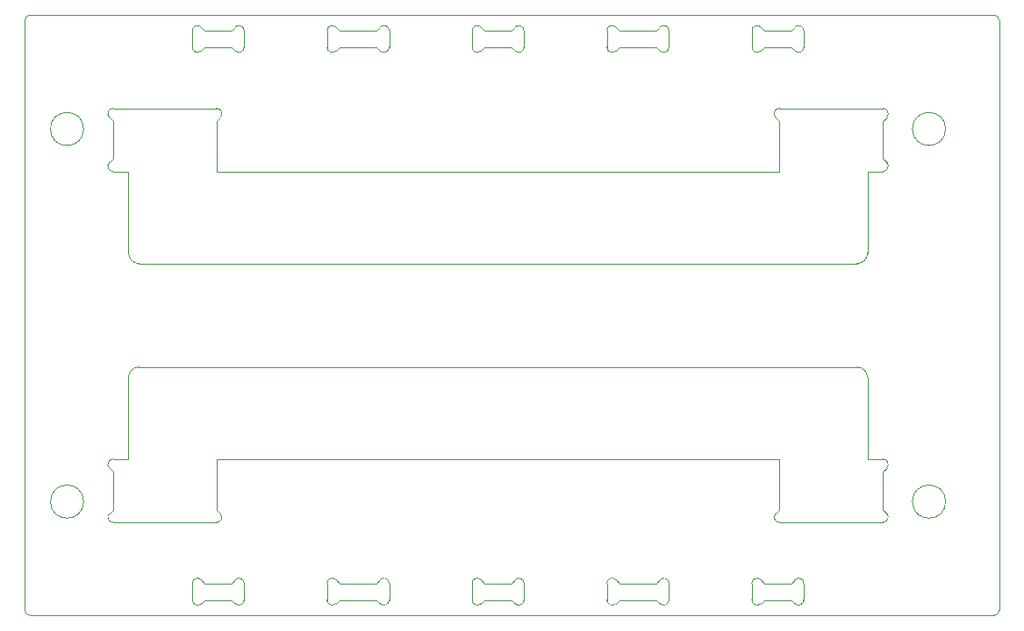
<source format=gm1>
G04 #@! TF.GenerationSoftware,KiCad,Pcbnew,(5.1.6-0-10_14)*
G04 #@! TF.CreationDate,2021-06-29T11:14:14+09:00*
G04 #@! TF.ProjectId,qPCR-holder,71504352-2d68-46f6-9c64-65722e6b6963,rev?*
G04 #@! TF.SameCoordinates,Original*
G04 #@! TF.FileFunction,Profile,NP*
%FSLAX46Y46*%
G04 Gerber Fmt 4.6, Leading zero omitted, Abs format (unit mm)*
G04 Created by KiCad (PCBNEW (5.1.6-0-10_14)) date 2021-06-29 11:14:14*
%MOMM*%
%LPD*%
G01*
G04 APERTURE LIST*
G04 #@! TA.AperFunction,Profile*
%ADD10C,0.100000*%
G04 #@! TD*
G04 APERTURE END LIST*
D10*
X214000000Y-128000000D02*
G75*
G02*
X213500000Y-128500000I-500000J0D01*
G01*
X120500000Y-128500000D02*
G75*
G02*
X120000000Y-128000000I0J500000D01*
G01*
X120000000Y-71000000D02*
G75*
G02*
X120500000Y-70500000I500000J0D01*
G01*
X213500000Y-70500000D02*
G75*
G02*
X214000000Y-71000000I0J-500000D01*
G01*
X176150000Y-125398483D02*
X176150000Y-126998483D01*
X177003553Y-125044930D02*
G75*
G03*
X176150000Y-125398483I-353553J-353553D01*
G01*
X177357106Y-125398483D02*
X177003553Y-125044929D01*
X180942893Y-125398483D02*
X177357106Y-125398483D01*
X181296446Y-125044929D02*
X180942893Y-125398483D01*
X182150001Y-125398483D02*
G75*
G03*
X181296446Y-125044929I-500001J0D01*
G01*
X182150000Y-126998483D02*
X182150000Y-125398483D01*
X181296447Y-127352036D02*
G75*
G03*
X182150000Y-126998483I353553J353553D01*
G01*
X180942893Y-126998483D02*
X181296446Y-127352036D01*
X177357106Y-126998483D02*
X180942893Y-126998483D01*
X177003553Y-127352036D02*
X177357106Y-126998483D01*
X176150001Y-126998483D02*
G75*
G03*
X177003553Y-127352036I499999J0D01*
G01*
X166942893Y-126998483D02*
X164357106Y-126998483D01*
X167296446Y-127352036D02*
X166942893Y-126998483D01*
X167296447Y-127352036D02*
G75*
G03*
X168150000Y-126998483I353553J353553D01*
G01*
X168150000Y-125398483D02*
X168150000Y-126998483D01*
X168150001Y-125398483D02*
G75*
G03*
X167296446Y-125044929I-500001J0D01*
G01*
X166942893Y-125398483D02*
X167296446Y-125044929D01*
X164357106Y-125398483D02*
X166942893Y-125398483D01*
X164003553Y-125044929D02*
X164357106Y-125398483D01*
X164003553Y-125044930D02*
G75*
G03*
X163150000Y-125398483I-353553J-353553D01*
G01*
X163150000Y-126998483D02*
X163150000Y-125398483D01*
X163150001Y-126998483D02*
G75*
G03*
X164003553Y-127352036I499999J0D01*
G01*
X164357106Y-126998483D02*
X164003553Y-127352036D01*
X125664141Y-117499167D02*
G75*
G03*
X125664141Y-117499167I-1600000J0D01*
G01*
X208836141Y-117499167D02*
G75*
G03*
X208836141Y-117499167I-1600000J0D01*
G01*
X137357106Y-125398483D02*
X139942893Y-125398483D01*
X137003553Y-125044929D02*
X137357106Y-125398483D01*
X137003553Y-125044930D02*
G75*
G03*
X136150000Y-125398483I-353553J-353553D01*
G01*
X136150000Y-126998483D02*
X136150000Y-125398483D01*
X136150001Y-126998483D02*
G75*
G03*
X137003553Y-127352036I499999J0D01*
G01*
X137357106Y-126998483D02*
X137003553Y-127352036D01*
X139942893Y-126998483D02*
X137357106Y-126998483D01*
X140296446Y-127352036D02*
X139942893Y-126998483D01*
X140296447Y-127352036D02*
G75*
G03*
X141150000Y-126998483I353553J353553D01*
G01*
X141150000Y-125398483D02*
X141150000Y-126998483D01*
X141150001Y-125398483D02*
G75*
G03*
X140296446Y-125044929I-500001J0D01*
G01*
X139942893Y-125398483D02*
X140296446Y-125044929D01*
X149150000Y-125398483D02*
X149150000Y-126998483D01*
X150003553Y-125044930D02*
G75*
G03*
X149150000Y-125398483I-353553J-353553D01*
G01*
X150357106Y-125398483D02*
X150003553Y-125044929D01*
X153942893Y-125398483D02*
X150357106Y-125398483D01*
X154296446Y-125044929D02*
X153942893Y-125398483D01*
X155150001Y-125398483D02*
G75*
G03*
X154296446Y-125044929I-500001J0D01*
G01*
X155150000Y-126998483D02*
X155150000Y-125398483D01*
X154296447Y-127352036D02*
G75*
G03*
X155150000Y-126998483I353553J353553D01*
G01*
X153942893Y-126998483D02*
X154296446Y-127352036D01*
X150357106Y-126998483D02*
X153942893Y-126998483D01*
X150003553Y-127352036D02*
X150357106Y-126998483D01*
X149150001Y-126998483D02*
G75*
G03*
X150003553Y-127352036I499999J0D01*
G01*
X193942893Y-126998483D02*
X191357106Y-126998483D01*
X194296446Y-127352036D02*
X193942893Y-126998483D01*
X194296447Y-127352036D02*
G75*
G03*
X195150000Y-126998483I353553J353553D01*
G01*
X195150000Y-125398483D02*
X195150000Y-126998483D01*
X195150001Y-125398483D02*
G75*
G03*
X194296446Y-125044929I-500001J0D01*
G01*
X193942893Y-125398483D02*
X194296446Y-125044929D01*
X191357106Y-125398483D02*
X193942893Y-125398483D01*
X191003553Y-125044929D02*
X191357106Y-125398483D01*
X191003553Y-125044930D02*
G75*
G03*
X190150000Y-125398483I-353553J-353553D01*
G01*
X190150000Y-126998483D02*
X190150000Y-125398483D01*
X190150001Y-126998483D02*
G75*
G03*
X191003553Y-127352036I499999J0D01*
G01*
X191357106Y-126998483D02*
X191003553Y-127352036D01*
X192446053Y-118644929D02*
X192799606Y-118291376D01*
X192446053Y-118644930D02*
G75*
G03*
X192799606Y-119498483I353553J-353553D01*
G01*
X202800000Y-119498483D02*
X192799606Y-119498483D01*
X202800001Y-119498483D02*
G75*
G03*
X203153553Y-118644929I-1J500000D01*
G01*
X202800000Y-118291376D02*
X203153553Y-118644929D01*
X202800000Y-114605589D02*
X202800000Y-118291376D01*
X203153553Y-114252036D02*
X202800000Y-114605589D01*
X192799606Y-113398483D02*
X138499606Y-113398483D01*
X192799606Y-118291376D02*
X192799606Y-113398483D01*
X201300000Y-105501319D02*
G75*
G03*
X200300000Y-104501319I-1000000J0D01*
G01*
X131000000Y-104501319D02*
X200300000Y-104501319D01*
X131000000Y-104501319D02*
G75*
G03*
X130000000Y-105501319I0J-1000000D01*
G01*
X130000000Y-113398483D02*
X130000000Y-105501319D01*
X128500000Y-113398483D02*
X130000000Y-113398483D01*
X128500001Y-113398483D02*
G75*
G03*
X128146446Y-114252036I-1J-500000D01*
G01*
X128500000Y-114605589D02*
X128146446Y-114252036D01*
X128500000Y-118291376D02*
X128500000Y-114605589D01*
X128146446Y-118644929D02*
X128500000Y-118291376D01*
X128146447Y-118644930D02*
G75*
G03*
X128500000Y-119498483I353553J-353553D01*
G01*
X138499606Y-119498483D02*
X128500000Y-119498483D01*
X138499607Y-119498483D02*
G75*
G03*
X138853159Y-118644929I-1J500000D01*
G01*
X138499606Y-118291376D02*
X138853159Y-118644929D01*
X138499606Y-113398483D02*
X138499606Y-118291376D01*
X120500000Y-128500000D02*
X213500000Y-128500000D01*
X203153553Y-114252036D02*
G75*
G03*
X202800000Y-113398483I-353553J353553D01*
G01*
X201300000Y-113398483D02*
X202800000Y-113398483D01*
X201300000Y-105501319D02*
X201300000Y-113398483D01*
X176150000Y-73601517D02*
X176150000Y-72001517D01*
X177003553Y-73955070D02*
G75*
G02*
X176150000Y-73601517I-353553J353553D01*
G01*
X177357106Y-73601517D02*
X177003553Y-73955071D01*
X180942893Y-73601517D02*
X177357106Y-73601517D01*
X181296446Y-73955071D02*
X180942893Y-73601517D01*
X182150001Y-73601517D02*
G75*
G02*
X181296446Y-73955071I-500001J0D01*
G01*
X182150000Y-72001517D02*
X182150000Y-73601517D01*
X181296447Y-71647964D02*
G75*
G02*
X182150000Y-72001517I353553J-353553D01*
G01*
X180942893Y-72001517D02*
X181296446Y-71647964D01*
X177357106Y-72001517D02*
X180942893Y-72001517D01*
X177003553Y-71647964D02*
X177357106Y-72001517D01*
X176150001Y-72001517D02*
G75*
G02*
X177003553Y-71647964I499999J0D01*
G01*
X166942893Y-72001517D02*
X164357106Y-72001517D01*
X167296446Y-71647964D02*
X166942893Y-72001517D01*
X167296447Y-71647964D02*
G75*
G02*
X168150000Y-72001517I353553J-353553D01*
G01*
X168150000Y-73601517D02*
X168150000Y-72001517D01*
X168150001Y-73601517D02*
G75*
G02*
X167296446Y-73955071I-500001J0D01*
G01*
X166942893Y-73601517D02*
X167296446Y-73955071D01*
X164357106Y-73601517D02*
X166942893Y-73601517D01*
X164003553Y-73955071D02*
X164357106Y-73601517D01*
X164003553Y-73955070D02*
G75*
G02*
X163150000Y-73601517I-353553J353553D01*
G01*
X163150000Y-72001517D02*
X163150000Y-73601517D01*
X163150001Y-72001517D02*
G75*
G02*
X164003553Y-71647964I499999J0D01*
G01*
X164357106Y-72001517D02*
X164003553Y-71647964D01*
X125664141Y-81500833D02*
G75*
G03*
X125664141Y-81500833I-1600000J0D01*
G01*
X208836141Y-81500833D02*
G75*
G03*
X208836141Y-81500833I-1600000J0D01*
G01*
X137357106Y-73601517D02*
X139942893Y-73601517D01*
X137003553Y-73955071D02*
X137357106Y-73601517D01*
X137003553Y-73955070D02*
G75*
G02*
X136150000Y-73601517I-353553J353553D01*
G01*
X136150000Y-72001517D02*
X136150000Y-73601517D01*
X136150001Y-72001517D02*
G75*
G02*
X137003553Y-71647964I499999J0D01*
G01*
X137357106Y-72001517D02*
X137003553Y-71647964D01*
X139942893Y-72001517D02*
X137357106Y-72001517D01*
X140296446Y-71647964D02*
X139942893Y-72001517D01*
X140296447Y-71647964D02*
G75*
G02*
X141150000Y-72001517I353553J-353553D01*
G01*
X141150000Y-73601517D02*
X141150000Y-72001517D01*
X141150001Y-73601517D02*
G75*
G02*
X140296446Y-73955071I-500001J0D01*
G01*
X139942893Y-73601517D02*
X140296446Y-73955071D01*
X149150000Y-73601517D02*
X149150000Y-72001517D01*
X150003553Y-73955070D02*
G75*
G02*
X149150000Y-73601517I-353553J353553D01*
G01*
X150357106Y-73601517D02*
X150003553Y-73955071D01*
X153942893Y-73601517D02*
X150357106Y-73601517D01*
X154296446Y-73955071D02*
X153942893Y-73601517D01*
X155150001Y-73601517D02*
G75*
G02*
X154296446Y-73955071I-500001J0D01*
G01*
X155150000Y-72001517D02*
X155150000Y-73601517D01*
X154296447Y-71647964D02*
G75*
G02*
X155150000Y-72001517I353553J-353553D01*
G01*
X153942893Y-72001517D02*
X154296446Y-71647964D01*
X150357106Y-72001517D02*
X153942893Y-72001517D01*
X150003553Y-71647964D02*
X150357106Y-72001517D01*
X149150001Y-72001517D02*
G75*
G02*
X150003553Y-71647964I499999J0D01*
G01*
X193942893Y-72001517D02*
X191357106Y-72001517D01*
X194296446Y-71647964D02*
X193942893Y-72001517D01*
X194296447Y-71647964D02*
G75*
G02*
X195150000Y-72001517I353553J-353553D01*
G01*
X195150000Y-73601517D02*
X195150000Y-72001517D01*
X195150001Y-73601517D02*
G75*
G02*
X194296446Y-73955071I-500001J0D01*
G01*
X193942893Y-73601517D02*
X194296446Y-73955071D01*
X191357106Y-73601517D02*
X193942893Y-73601517D01*
X191003553Y-73955071D02*
X191357106Y-73601517D01*
X191003553Y-73955070D02*
G75*
G02*
X190150000Y-73601517I-353553J353553D01*
G01*
X190150000Y-72001517D02*
X190150000Y-73601517D01*
X190150001Y-72001517D02*
G75*
G02*
X191003553Y-71647964I499999J0D01*
G01*
X191357106Y-72001517D02*
X191003553Y-71647964D01*
X192446053Y-80355071D02*
X192799606Y-80708624D01*
X192446053Y-80355070D02*
G75*
G02*
X192799606Y-79501517I353553J353553D01*
G01*
X202800000Y-79501517D02*
X192799606Y-79501517D01*
X202800001Y-79501517D02*
G75*
G02*
X203153553Y-80355071I-1J-500000D01*
G01*
X202800000Y-80708624D02*
X203153553Y-80355071D01*
X202800000Y-84394411D02*
X202800000Y-80708624D01*
X203153553Y-84747964D02*
X202800000Y-84394411D01*
X192799606Y-85601517D02*
X138499606Y-85601517D01*
X192799606Y-80708624D02*
X192799606Y-85601517D01*
X201300000Y-93498681D02*
G75*
G02*
X200300000Y-94498681I-1000000J0D01*
G01*
X131000000Y-94498681D02*
X200300000Y-94498681D01*
X131000000Y-94498681D02*
G75*
G02*
X130000000Y-93498681I0J1000000D01*
G01*
X130000000Y-85601517D02*
X130000000Y-93498681D01*
X120000000Y-128000000D02*
X120000000Y-71000000D01*
X128500000Y-85601517D02*
X130000000Y-85601517D01*
X128500001Y-85601517D02*
G75*
G02*
X128146446Y-84747964I-1J500000D01*
G01*
X128500000Y-84394411D02*
X128146446Y-84747964D01*
X128500000Y-80708624D02*
X128500000Y-84394411D01*
X128146446Y-80355071D02*
X128500000Y-80708624D01*
X128146447Y-80355070D02*
G75*
G02*
X128500000Y-79501517I353553J353553D01*
G01*
X138499606Y-79501517D02*
X128500000Y-79501517D01*
X138499607Y-79501517D02*
G75*
G02*
X138853159Y-80355071I-1J-500000D01*
G01*
X138499606Y-80708624D02*
X138853159Y-80355071D01*
X138499606Y-85601517D02*
X138499606Y-80708624D01*
X214000000Y-71000000D02*
X214000000Y-128000000D01*
X120500000Y-70500000D02*
X213500000Y-70500000D01*
X203153553Y-84747964D02*
G75*
G02*
X202800000Y-85601517I-353553J-353553D01*
G01*
X201300000Y-85601517D02*
X202800000Y-85601517D01*
X201300000Y-93498681D02*
X201300000Y-85601517D01*
M02*

</source>
